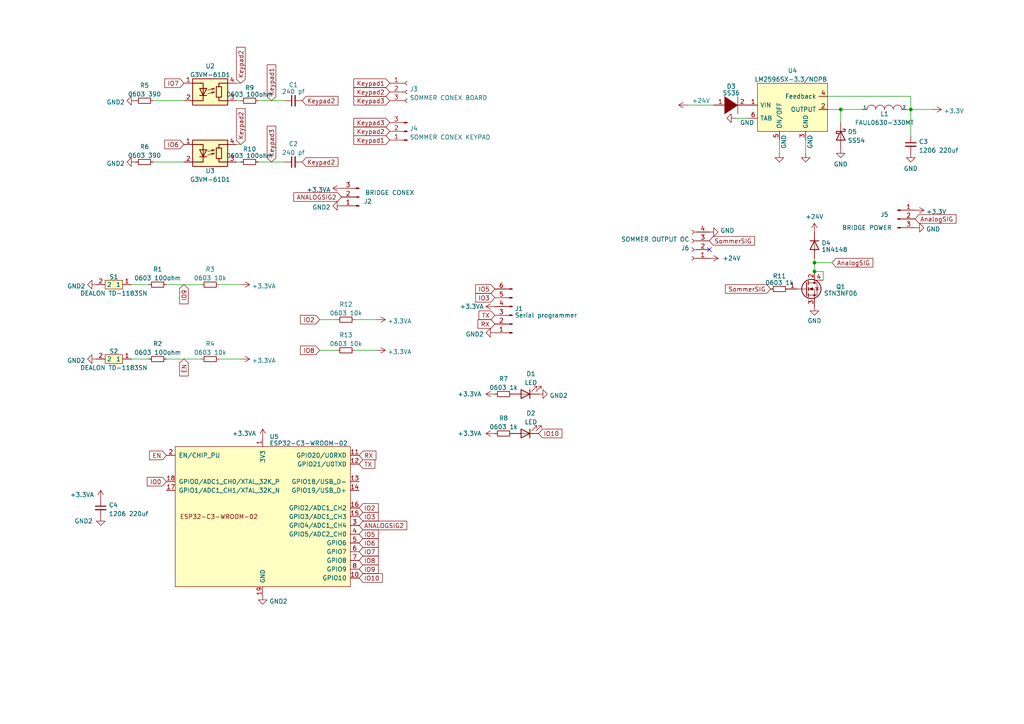
<source format=kicad_sch>
(kicad_sch (version 20230121) (generator eeschema)
  (paper "A4")
  (lib_symbols
    (symbol "Connector:Conn_01x03_Female" (pin_names (offset 1.016) hide)
      (property "Reference" "J" (at 0 5.08 0))
      (property "Value" "Conn_01x03_Female" (at 0 -5.08 0))
      (symbol "Conn_01x03_Female_1_1"
        (arc (start 0 -2.032) (mid -0.5058 -2.54) (end 0 -3.048) (stroke (width 0.1524)))
        (polyline (pts (xy -1.27 -2.54) (xy -0.508 -2.54)) (stroke (width 0.1524)))
        (polyline (pts (xy -1.27 0) (xy -0.508 0)) (stroke (width 0.1524)))
        (polyline (pts (xy -1.27 2.54) (xy -0.508 2.54)) (stroke (width 0.1524)))
        (arc (start 0 0.508) (mid -0.5058 0) (end 0 -0.508) (stroke (width 0.1524)))
        (arc (start 0 3.048) (mid -0.5058 2.54) (end 0 2.032) (stroke (width 0.1524)))
        (pin passive line (at -5.08 2.54 0) (length 3.81) (name "Pin_1") (number "1"))
        (pin passive line (at -5.08 0 0) (length 3.81) (name "Pin_2") (number "2"))
        (pin passive line (at -5.08 -2.54 0) (length 3.81) (name "Pin_3") (number "3"))
      )
    )
    (symbol "Connector:Conn_01x03_Male" (pin_names (offset 1.016) hide)
      (property "Reference" "J" (at 0 5.08 0))
      (property "Value" "Conn_01x03_Male" (at 0 -5.08 0))
      (symbol "Conn_01x03_Male_1_1"
        (polyline (pts (xy 1.27 -2.54) (xy 0.8636 -2.54)) (stroke (width 0.1524)))
        (polyline (pts (xy 1.27 0) (xy 0.8636 0)) (stroke (width 0.1524)))
        (polyline (pts (xy 1.27 2.54) (xy 0.8636 2.54)) (stroke (width 0.1524)))
        (rectangle (start 0.8636 -2.413) (end 0 -2.667) (stroke (width 0.1524)) (fill (type outline)))
        (rectangle (start 0.8636 0.127) (end 0 -0.127) (stroke (width 0.1524)) (fill (type outline)))
        (rectangle (start 0.8636 2.667) (end 0 2.413) (stroke (width 0.1524)) (fill (type outline)))
        (pin passive line (at 5.08 2.54 180) (length 3.81) (name "Pin_1") (number "1"))
        (pin passive line (at 5.08 0 180) (length 3.81) (name "Pin_2") (number "2"))
        (pin passive line (at 5.08 -2.54 180) (length 3.81) (name "Pin_3") (number "3"))
      )
    )
    (symbol "Connector:Conn_01x04_Female" (pin_names (offset 1.016) hide)
      (property "Reference" "J" (at 0 5.08 0))
      (property "Value" "Conn_01x04_Female" (at 0 -7.62 0))
      (symbol "Conn_01x04_Female_1_1"
        (arc (start 0 -4.572) (mid -0.5058 -5.08) (end 0 -5.588) (stroke (width 0.1524)))
        (arc (start 0 -2.032) (mid -0.5058 -2.54) (end 0 -3.048) (stroke (width 0.1524)))
        (polyline (pts (xy -1.27 -5.08) (xy -0.508 -5.08)) (stroke (width 0.1524)))
        (polyline (pts (xy -1.27 -2.54) (xy -0.508 -2.54)) (stroke (width 0.1524)))
        (polyline (pts (xy -1.27 0) (xy -0.508 0)) (stroke (width 0.1524)))
        (polyline (pts (xy -1.27 2.54) (xy -0.508 2.54)) (stroke (width 0.1524)))
        (arc (start 0 0.508) (mid -0.5058 0) (end 0 -0.508) (stroke (width 0.1524)))
        (arc (start 0 3.048) (mid -0.5058 2.54) (end 0 2.032) (stroke (width 0.1524)))
        (pin passive line (at -5.08 2.54 0) (length 3.81) (name "Pin_1") (number "1"))
        (pin passive line (at -5.08 0 0) (length 3.81) (name "Pin_2") (number "2"))
        (pin passive line (at -5.08 -2.54 0) (length 3.81) (name "Pin_3") (number "3"))
        (pin passive line (at -5.08 -5.08 0) (length 3.81) (name "Pin_4") (number "4"))
      )
    )
    (symbol "Connector:Conn_01x06_Pin" (pin_names (offset 1.016) hide)
      (property "Reference" "J" (at 0 7.62 0))
      (property "Value" "Conn_01x06_Pin" (at 0 -10.16 0))
      (symbol "Conn_01x06_Pin_1_1"
        (polyline (pts (xy 1.27 -7.62) (xy 0.8636 -7.62)) (stroke (width 0.1524)))
        (polyline (pts (xy 1.27 -5.08) (xy 0.8636 -5.08)) (stroke (width 0.1524)))
        (polyline (pts (xy 1.27 -2.54) (xy 0.8636 -2.54)) (stroke (width 0.1524)))
        (polyline (pts (xy 1.27 0) (xy 0.8636 0)) (stroke (width 0.1524)))
        (polyline (pts (xy 1.27 2.54) (xy 0.8636 2.54)) (stroke (width 0.1524)))
        (polyline (pts (xy 1.27 5.08) (xy 0.8636 5.08)) (stroke (width 0.1524)))
        (rectangle (start 0.8636 -7.493) (end 0 -7.747) (stroke (width 0.1524)) (fill (type outline)))
        (rectangle (start 0.8636 -4.953) (end 0 -5.207) (stroke (width 0.1524)) (fill (type outline)))
        (rectangle (start 0.8636 -2.413) (end 0 -2.667) (stroke (width 0.1524)) (fill (type outline)))
        (rectangle (start 0.8636 0.127) (end 0 -0.127) (stroke (width 0.1524)) (fill (type outline)))
        (rectangle (start 0.8636 2.667) (end 0 2.413) (stroke (width 0.1524)) (fill (type outline)))
        (rectangle (start 0.8636 5.207) (end 0 4.953) (stroke (width 0.1524)) (fill (type outline)))
        (pin passive line (at 5.08 5.08 180) (length 3.81) (name "Pin_1") (number "1"))
        (pin passive line (at 5.08 2.54 180) (length 3.81) (name "Pin_2") (number "2"))
        (pin passive line (at 5.08 0 180) (length 3.81) (name "Pin_3") (number "3"))
        (pin passive line (at 5.08 -2.54 180) (length 3.81) (name "Pin_4") (number "4"))
        (pin passive line (at 5.08 -5.08 180) (length 3.81) (name "Pin_5") (number "5"))
        (pin passive line (at 5.08 -7.62 180) (length 3.81) (name "Pin_6") (number "6"))
      )
    )
    (symbol "Custom:DEALON_TD-1183SN-1.5H-160"
      (property "Reference" "S" (at 0 2.54 0))
      (symbol "DEALON_TD-1183SN-1.5H-160_1_1"
        (rectangle (start -2.54 1.27) (end 2.54 -1.27) (fill (type background)))
        (pin input line (at 5.08 0 180) (length 2.54) (name "1") (number "1"))
        (pin input line (at -5.08 0 0) (length 2.54) (name "2") (number "2"))
      )
    )
    (symbol "Custom:STN3NF06" (pin_names hide)
      (property "Reference" "Q" (at 5.08 -3.81 0))
      (property "Value" "STN3NF06" (at 5.08 -1.27 0))
      (symbol "STN3NF06_0_1"
        (polyline (pts (xy 0.254 0) (xy -2.54 0)))
        (polyline (pts (xy 0.254 1.905) (xy 0.254 -1.905)) (stroke (width 0.254)))
        (polyline (pts (xy 0.762 -1.27) (xy 0.762 -2.286)) (stroke (width 0.254)))
        (polyline (pts (xy 0.762 0.508) (xy 0.762 -0.508)) (stroke (width 0.254)))
        (polyline (pts (xy 0.762 2.286) (xy 0.762 1.27)) (stroke (width 0.254)))
        (polyline (pts (xy 2.54 2.54) (xy 2.54 1.778)))
        (polyline (pts (xy 2.54 -2.54) (xy 2.54 0) (xy 0.762 0)))
        (polyline (pts (xy 0.762 -1.778) (xy 3.302 -1.778) (xy 3.302 1.778) (xy 0.762 1.778)))
        (polyline (pts (xy 1.016 0) (xy 2.032 0.381) (xy 2.032 -0.381) (xy 1.016 0)) (fill (type outline)))
        (polyline (pts (xy 2.794 0.508) (xy 2.921 0.381) (xy 3.683 0.381) (xy 3.81 0.254)))
        (polyline (pts (xy 3.302 0.381) (xy 2.921 -0.254) (xy 3.683 -0.254) (xy 3.302 0.381)))
        (circle (center 1.651 0) (radius 2.794) (stroke (width 0.254)))
        (circle (center 2.54 -1.778) (radius 0.254) (fill (type outline)))
        (circle (center 2.54 1.778) (radius 0.254) (fill (type outline)))
      )
      (symbol "STN3NF06_1_1"
        (pin input line (at -5.08 0 0) (length 2.54) (name "G") (number "1"))
        (pin passive line (at 2.54 5.08 270) (length 2.54) (name "D") (number "2"))
        (pin passive line (at 2.54 -5.08 90) (length 2.54) (name "S") (number "3"))
        (pin passive line (at 5.08 2.54 180) (length 2.54) (name "D_TAB") (number "4"))
      )
    )
    (symbol "Device:C_Small" (pin_numbers hide) (pin_names (offset 0.254) hide)
      (property "Reference" "C" (at 0.254 1.778 0))
      (property "Value" "C_Small" (at 0.254 -2.032 0))
      (symbol "C_Small_0_1"
        (polyline (pts (xy -1.524 -0.508) (xy 1.524 -0.508)) (stroke (width 0.3302)))
        (polyline (pts (xy -1.524 0.508) (xy 1.524 0.508)) (stroke (width 0.3048)))
      )
      (symbol "C_Small_1_1"
        (pin passive line (at 0 2.54 270) (length 2.032) (name "~") (number "1"))
        (pin passive line (at 0 -2.54 90) (length 2.032) (name "~") (number "2"))
      )
    )
    (symbol "Device:LED" (pin_numbers hide) (pin_names (offset 1.016) hide)
      (property "Reference" "D" (at 0 2.54 0))
      (property "Value" "LED" (at 0 -2.54 0))
      (symbol "LED_0_1"
        (polyline (pts (xy -1.27 -1.27) (xy -1.27 1.27)) (stroke (width 0.254)))
        (polyline (pts (xy -1.27 0) (xy 1.27 0)))
        (polyline (pts (xy 1.27 -1.27) (xy 1.27 1.27) (xy -1.27 0) (xy 1.27 -1.27)) (stroke (width 0.254)))
        (polyline (pts (xy -3.048 -0.762) (xy -4.572 -2.286) (xy -3.81 -2.286) (xy -4.572 -2.286) (xy -4.572 -1.524)))
        (polyline (pts (xy -1.778 -0.762) (xy -3.302 -2.286) (xy -2.54 -2.286) (xy -3.302 -2.286) (xy -3.302 -1.524)))
      )
      (symbol "LED_1_1"
        (pin passive line (at -3.81 0 0) (length 2.54) (name "K") (number "1"))
        (pin passive line (at 3.81 0 180) (length 2.54) (name "A") (number "2"))
      )
    )
    (symbol "Device:R_Small" (pin_numbers hide) (pin_names (offset 0.254) hide)
      (property "Reference" "R" (at 0.762 0.508 0))
      (property "Value" "R_Small" (at 0.762 -1.016 0))
      (symbol "R_Small_0_1"
        (rectangle (start -0.762 1.778) (end 0.762 -1.778) (stroke (width 0.2032)))
      )
      (symbol "R_Small_1_1"
        (pin passive line (at 0 2.54 270) (length 0.762) (name "~") (number "1"))
        (pin passive line (at 0 -2.54 90) (length 0.762) (name "~") (number "2"))
      )
    )
    (symbol "Diode:1N4148" (pin_numbers hide) (pin_names hide)
      (property "Reference" "D" (at 0 2.54 0))
      (property "Value" "1N4148" (at 0 -2.54 0))
      (symbol "1N4148_0_1"
        (polyline (pts (xy -1.27 1.27) (xy -1.27 -1.27)) (stroke (width 0.254)))
        (polyline (pts (xy 1.27 0) (xy -1.27 0)))
        (polyline (pts (xy 1.27 1.27) (xy 1.27 -1.27) (xy -1.27 0) (xy 1.27 1.27)) (stroke (width 0.254)))
      )
      (symbol "1N4148_1_1"
        (pin passive line (at -3.81 0 0) (length 2.54) (name "K") (number "1"))
        (pin passive line (at 3.81 0 180) (length 2.54) (name "A") (number "2"))
      )
    )
    (symbol "Diode:1N5822" (pin_numbers hide) (pin_names (offset 1.016) hide)
      (property "Reference" "D" (at 0 2.54 0))
      (property "Value" "1N5822" (at 0 -2.54 0))
      (symbol "1N5822_0_1"
        (polyline (pts (xy 1.27 0) (xy -1.27 0)))
        (polyline (pts (xy 1.27 1.27) (xy 1.27 -1.27) (xy -1.27 0) (xy 1.27 1.27)) (stroke (width 0.254)))
        (polyline (pts (xy -1.905 0.635) (xy -1.905 1.27) (xy -1.27 1.27) (xy -1.27 -1.27) (xy -0.635 -1.27) (xy -0.635 -0.635)) (stroke (width 0.254)))
      )
      (symbol "1N5822_1_1"
        (pin passive line (at -3.81 0 0) (length 2.54) (name "K") (number "1"))
        (pin passive line (at 3.81 0 180) (length 2.54) (name "A") (number "2"))
      )
    )
    (symbol "Espressif:ESP32-C3-WROOM-02" (pin_names (offset 1.016))
      (property "Reference" "U" (at -25.4 25.4 0))
      (property "Value" "ESP32-C3-WROOM-02" (at -25.4 22.86 0))
      (symbol "ESP32-C3-WROOM-02_0_0"
        (text "ESP32-C3-WROOM-02" (at -12.7 0 0) (effects (font (size 1.27 1.27))))
      )
      (symbol "ESP32-C3-WROOM-02_0_1"
        (rectangle (start 25.4 20.32) (end -25.4 -20.32) (fill (type background)))
      )
      (symbol "ESP32-C3-WROOM-02_1_1"
        (pin power_in line (at 0 22.86 270) (length 2.54) (name "3V3") (number "1"))
        (pin bidirectional line (at 27.94 -17.78 180) (length 2.54) (name "GPIO10") (number "10"))
        (pin bidirectional line (at 27.94 17.78 180) (length 2.54) (name "GPIO20/U0RXD") (number "11"))
        (pin bidirectional line (at 27.94 15.24 180) (length 2.54) (name "GPIO21/U0TXD") (number "12"))
        (pin bidirectional line (at 27.94 10.16 180) (length 2.54) (name "GPIO18/USB_D-") (number "13"))
        (pin bidirectional line (at 27.94 7.62 180) (length 2.54) (name "GPIO19/USB_D+") (number "14"))
        (pin bidirectional line (at 27.94 0 180) (length 2.54) (name "GPIO3/ADC1_CH3") (number "15"))
        (pin bidirectional line (at 27.94 2.54 180) (length 2.54) (name "GPIO2/ADC1_CH2") (number "16"))
        (pin bidirectional line (at -27.94 7.62 0) (length 2.54) (name "GPIO1/ADC1_CH1/XTAL_32K_N") (number "17"))
        (pin bidirectional line (at -27.94 10.16 0) (length 2.54) (name "GPIO0/ADC1_CH0/XTAL_32K_P") (number "18"))
        (pin power_in line (at 0 -22.86 90) (length 2.54) (name "GND") (number "19"))
        (pin input line (at -27.94 17.78 0) (length 2.54) (name "EN/CHIP_PU") (number "2"))
        (pin bidirectional line (at 27.94 -2.54 180) (length 2.54) (name "GPIO4/ADC1_CH4") (number "3"))
        (pin bidirectional line (at 27.94 -5.08 180) (length 2.54) (name "GPIO5/ADC2_CH0") (number "4"))
        (pin bidirectional line (at 27.94 -7.62 180) (length 2.54) (name "GPIO6") (number "5"))
        (pin bidirectional line (at 27.94 -10.16 180) (length 2.54) (name "GPIO7") (number "6"))
        (pin bidirectional line (at 27.94 -12.7 180) (length 2.54) (name "GPIO8") (number "7"))
        (pin bidirectional line (at 27.94 -15.24 180) (length 2.54) (name "GPIO9") (number "8"))
        (pin passive line (at 0 -22.86 90) (length 2.54) hide (name "GND") (number "9"))
      )
    )
    (symbol "Isolator:NSL-32" (pin_names (offset 0.762) hide)
      (property "Reference" "U" (at 0 5.08 0))
      (property "Value" "NSL-32" (at 0 -5.08 0))
      (symbol "NSL-32_0_1"
        (rectangle (start -5.08 3.81) (end 5.08 -3.81) (stroke (width 0.254)) (fill (type background)))
        (polyline (pts (xy -5.08 2.54) (xy -2.54 2.54)) (stroke (width 0.254)))
        (polyline (pts (xy -2.794 -2.54) (xy -5.08 -2.54)) (stroke (width 0.254)))
        (polyline (pts (xy -1.016 -1.016) (xy -3.048 -1.016) (xy -3.048 -1.016)) (stroke (width 0.254)))
        (polyline (pts (xy -0.762 -0.508) (xy 1.27 0) (xy 1.27 0)))
        (polyline (pts (xy -0.762 0.508) (xy 1.27 1.016) (xy 1.27 1.016)))
        (polyline (pts (xy 2.54 -1.524) (xy 2.54 -2.54) (xy 5.08 -2.54)) (stroke (width 0.254)))
        (polyline (pts (xy 2.54 1.524) (xy 2.54 2.54) (xy 5.08 2.54)) (stroke (width 0.254)))
        (polyline (pts (xy -2.794 -2.54) (xy -2.032 -2.54) (xy -2.032 2.54) (xy -2.794 2.54)) (stroke (width 0.254)))
        (polyline (pts (xy 0.254 0) (xy 1.27 0) (xy 0.508 -0.508) (xy 0.508 -0.508)))
        (polyline (pts (xy 0.254 1.016) (xy 1.27 1.016) (xy 0.508 0.508) (xy 0.508 0.508)))
        (polyline (pts (xy -1.016 1.016) (xy -3.048 1.016) (xy -2.032 -1.016) (xy -1.016 1.016) (xy -1.016 1.016) (xy -1.016 1.016)) (stroke (width 0.254)))
        (rectangle (start 1.778 1.524) (end 3.302 -1.524) (stroke (width 0.254)))
      )
      (symbol "NSL-32_1_1"
        (pin passive line (at -7.62 2.54 0) (length 2.54) (name "A") (number "1"))
        (pin passive line (at -7.62 -2.54 0) (length 2.54) (name "K") (number "2"))
        (pin passive line (at 7.62 -2.54 180) (length 2.54) (name "R") (number "3"))
        (pin passive line (at 7.62 2.54 180) (length 2.54) (name "R") (number "4"))
      )
    )
    (symbol "LM2596SX-3.3 NOPB:LM2596SX-3.3{slash}NOPB " (pin_names (offset 0.762))
      (property "Reference" "U" (at 0 10.16 0))
      (property "Value" "LM2596SX-3.3{slash}NOPB " (at 0 7.62 0))
      (symbol "LM2596SX-3.3{slash}NOPB _0_1"
        (rectangle (start -10.16 6.35) (end 10.16 -7.62) (stroke (width 0.1524)) (fill (type background)))
      )
      (symbol "LM2596SX-3.3{slash}NOPB _1_1"
        (pin power_in line (at -12.7 0 0) (length 2.54) (name "VIN") (number "1"))
        (pin input line (at 10.16 -1.27 180) (length 2.54) (name "OUTPUT") (number "2"))
        (pin input line (at 3.81 -10.16 90) (length 2.54) (name "GND") (number "3"))
        (pin power_out line (at 10.16 2.54 180) (length 2.54) (name "Feedback") (number "4"))
        (pin power_in line (at -3.81 -10.16 90) (length 2.54) (name "ON/OFF") (number "5"))
        (pin power_out line (at -12.7 -3.81 0) (length 2.54) (name "TAB") (number "6"))
      )
    )
    (symbol "power:+24V" (power) (pin_names (offset 0))
      (property "Value" "+24V" (at 0 3.556 0))
      (symbol "+24V_0_1"
        (polyline (pts (xy -0.762 1.27) (xy 0 2.54)))
        (polyline (pts (xy 0 0) (xy 0 2.54)))
        (polyline (pts (xy 0 2.54) (xy 0.762 1.27)))
      )
      (symbol "+24V_1_1"
        (pin power_in line (at 0 0 90) (length 0) hide (name "+24V") (number "1"))
      )
    )
    (symbol "power:+3.3V" (power) (pin_names (offset 0))
      (property "Value" "+3.3V" (at 0 3.556 0))
      (symbol "+3.3V_0_1"
        (polyline (pts (xy -0.762 1.27) (xy 0 2.54)))
        (polyline (pts (xy 0 0) (xy 0 2.54)))
        (polyline (pts (xy 0 2.54) (xy 0.762 1.27)))
      )
      (symbol "+3.3V_1_1"
        (pin power_in line (at 0 0 90) (length 0) hide (name "+3.3V") (number "1"))
      )
    )
    (symbol "power:+3.3VA" (power) (pin_names (offset 0))
      (property "Value" "+3.3VA" (at 0 3.556 0))
      (symbol "+3.3VA_0_1"
        (polyline (pts (xy -0.762 1.27) (xy 0 2.54)))
        (polyline (pts (xy 0 0) (xy 0 2.54)))
        (polyline (pts (xy 0 2.54) (xy 0.762 1.27)))
      )
      (symbol "+3.3VA_1_1"
        (pin power_in line (at 0 0 90) (length 0) hide (name "+3.3VA") (number "1"))
      )
    )
    (symbol "power:GND" (power) (pin_names (offset 0))
      (property "Value" "GND" (at 0 -3.81 0))
      (symbol "GND_0_1"
        (polyline (pts (xy 0 0) (xy 0 -1.27) (xy 1.27 -1.27) (xy 0 -2.54) (xy -1.27 -1.27) (xy 0 -1.27)))
      )
      (symbol "GND_1_1"
        (pin power_in line (at 0 0 270) (length 0) hide (name "GND") (number "1"))
      )
    )
    (symbol "power:GND2" (power) (pin_names (offset 0))
      (property "Value" "GND2" (at 0 -3.81 0))
      (symbol "GND2_0_1"
        (polyline (pts (xy 0 0) (xy 0 -1.27) (xy 1.27 -1.27) (xy 0 -2.54) (xy -1.27 -1.27) (xy 0 -1.27)))
      )
      (symbol "GND2_1_1"
        (pin power_in line (at 0 0 270) (length 0) hide (name "GND2") (number "1"))
      )
    )
    (symbol "pspice:DIODE" (pin_names (offset 1.016) hide)
      (property "Reference" "D" (at 0 3.81 0))
      (property "Value" "DIODE" (at 0 -4.445 0))
      (symbol "DIODE_0_1"
        (polyline (pts (xy 1.905 2.54) (xy 1.905 -2.54)))
        (polyline (pts (xy -1.905 2.54) (xy -1.905 -2.54) (xy 1.905 0)) (fill (type outline)))
      )
      (symbol "DIODE_1_1"
        (pin input line (at -5.08 0 0) (length 3.81) (name "K") (number "1"))
        (pin input line (at 5.08 0 180) (length 3.81) (name "A") (number "2"))
      )
    )
    (symbol "pspice:INDUCTOR" (pin_numbers hide) (pin_names (offset 0))
      (property "Reference" "L" (at 0 2.54 0))
      (property "Value" "INDUCTOR" (at 0 -1.27 0))
      (symbol "INDUCTOR_0_1"
        (arc (start -2.54 0) (mid -3.81 1.2645) (end -5.08 0))
        (arc (start 0 0) (mid -1.27 1.2645) (end -2.54 0))
        (arc (start 2.54 0) (mid 1.27 1.2645) (end 0 0))
        (arc (start 5.08 0) (mid 3.81 1.2645) (end 2.54 0))
      )
      (symbol "INDUCTOR_1_1"
        (pin input line (at -6.35 0 0) (length 1.27) (name "1") (number "1"))
        (pin input line (at 6.35 0 180) (length 1.27) (name "2") (number "2"))
      )
    )
  )
  (junction (at 243.84 31.75))
  (junction (at 236.22 76.2))
  (junction (at 236.22 78.74))
  (junction (at 264.16 31.75))
  (no_connect (at 205.74 72.39))
  (wire (pts (xy 241.3 76.2) (xy 236.22 76.2)))
  (wire (pts (xy 44.45 46.99) (xy 53.34 46.99)))
  (wire (pts (xy 238.76 78.74) (xy 238.76 81.28)))
  (wire (pts (xy 92.71 92.71) (xy 97.79 92.71)))
  (wire (pts (xy 38.1 104.14) (xy 43.18 104.14)))
  (wire (pts (xy 240.03 31.75) (xy 243.84 31.75)))
  (wire (pts (xy 226.06 44.45) (xy 226.06 40.64)))
  (wire (pts (xy 74.93 46.99) (xy 82.55 46.99)))
  (wire (pts (xy 243.84 31.75) (xy 243.84 35.56)))
  (wire (pts (xy 63.5 104.14) (xy 69.85 104.14)))
  (wire (pts (xy 262.89 31.75) (xy 264.16 31.75)))
  (wire (pts (xy 92.71 101.6) (xy 97.79 101.6)))
  (wire (pts (xy 102.87 92.71) (xy 109.22 92.71)))
  (wire (pts (xy 264.16 31.75) (xy 264.16 39.37)))
  (wire (pts (xy 48.26 104.14) (xy 58.42 104.14)))
  (wire (pts (xy 74.93 29.21) (xy 82.55 29.21)))
  (wire (pts (xy 48.26 82.55) (xy 58.42 82.55)))
  (wire (pts (xy 63.5 82.55) (xy 69.85 82.55)))
  (wire (pts (xy 38.1 82.55) (xy 43.18 82.55)))
  (wire (pts (xy 69.85 24.13) (xy 68.58 24.13)))
  (wire (pts (xy 68.58 46.99) (xy 69.85 46.99)))
  (wire (pts (xy 44.45 29.21) (xy 53.34 29.21)))
  (wire (pts (xy 233.68 44.45) (xy 233.68 40.64)))
  (wire (pts (xy 236.22 78.74) (xy 236.22 76.2)))
  (wire (pts (xy 264.16 27.94) (xy 264.16 31.75)))
  (wire (pts (xy 199.39 30.48) (xy 207.01 30.48)))
  (wire (pts (xy 68.58 29.21) (xy 69.85 29.21)))
  (wire (pts (xy 236.22 76.2) (xy 236.22 74.93)))
  (wire (pts (xy 240.03 27.94) (xy 264.16 27.94)))
  (wire (pts (xy 69.85 41.91) (xy 68.58 41.91)))
  (wire (pts (xy 236.22 78.74) (xy 238.76 78.74)))
  (wire (pts (xy 102.87 101.6) (xy 109.22 101.6)))
  (wire (pts (xy 264.16 31.75) (xy 270.51 31.75)))
  (wire (pts (xy 243.84 31.75) (xy 250.19 31.75)))
  (wire (pts (xy 213.36 34.29) (xy 217.17 34.29)))
  (global_label "RX" (shape input) (at 104.14 132.08 0) (property "Intersheetrefs" "${INTERSHEET_REFS}" (effects hide)))
  (global_label "IO7" (shape input) (at 53.34 24.13 180) (property "Intersheetrefs" "${INTERSHEET_REFS}" (effects hide)))
  (global_label "ANALOGSIG2" (shape input) (at 104.14 152.4 0) (property "Intersheetrefs" "${INTERSHEET_REFS}" (effects hide)))
  (global_label "TX" (shape input) (at 143.51 91.44 180) (property "Intersheetrefs" "${INTERSHEET_REFS}" (effects hide)))
  (global_label "IO9" (shape input) (at 53.34 82.55 270) (property "Intersheetrefs" "${INTERSHEET_REFS}" (effects hide)))
  (global_label "Keypad2" (shape input) (at 113.03 26.67 180) (property "Intersheetrefs" "${INTERSHEET_REFS}" (effects hide)))
  (global_label "IO0" (shape input) (at 48.26 139.7 180) (property "Intersheetrefs" "${INTERSHEET_REFS}" (effects hide)))
  (global_label "Keypad3" (shape input) (at 78.74 46.99 90) (property "Intersheetrefs" "${INTERSHEET_REFS}" (effects hide)))
  (global_label "IO8" (shape input) (at 92.71 101.6 180) (property "Intersheetrefs" "${INTERSHEET_REFS}" (effects hide)))
  (global_label "ANALOGSIG2" (shape input) (at 99.06 57.15 180) (property "Intersheetrefs" "${INTERSHEET_REFS}" (effects hide)))
  (global_label "IO2" (shape input) (at 92.71 92.71 180) (property "Intersheetrefs" "${INTERSHEET_REFS}" (effects hide)))
  (global_label "AnalogSIG" (shape input) (at 241.3 76.2 0) (property "Intersheetrefs" "${INTERSHEET_REFS}" (effects hide)))
  (global_label "Keypad2" (shape input) (at 69.85 24.13 90) (property "Intersheetrefs" "${INTERSHEET_REFS}" (effects hide)))
  (global_label "Keypad2" (shape input) (at 113.03 38.1 180) (property "Intersheetrefs" "${INTERSHEET_REFS}" (effects hide)))
  (global_label "SommerSIG" (shape input) (at 205.74 69.85 0) (property "Intersheetrefs" "${INTERSHEET_REFS}" (effects hide)))
  (global_label "IO7" (shape input) (at 104.14 160.02 0) (property "Intersheetrefs" "${INTERSHEET_REFS}" (effects hide)))
  (global_label "EN" (shape input) (at 48.26 132.08 180) (property "Intersheetrefs" "${INTERSHEET_REFS}" (effects hide)))
  (global_label "IO3" (shape input) (at 143.51 86.36 180) (property "Intersheetrefs" "${INTERSHEET_REFS}" (effects hide)))
  (global_label "IO6" (shape input) (at 53.34 41.91 180) (property "Intersheetrefs" "${INTERSHEET_REFS}" (effects hide)))
  (global_label "IO9" (shape input) (at 104.14 165.1 0) (property "Intersheetrefs" "${INTERSHEET_REFS}" (effects hide)))
  (global_label "Keypad2" (shape input) (at 87.63 29.21 0) (property "Intersheetrefs" "${INTERSHEET_REFS}" (effects hide)))
  (global_label "IO8" (shape input) (at 104.14 162.56 0) (property "Intersheetrefs" "${INTERSHEET_REFS}" (effects hide)))
  (global_label "EN" (shape input) (at 53.34 104.14 270) (property "Intersheetrefs" "${INTERSHEET_REFS}" (effects hide)))
  (global_label "IO2" (shape input) (at 104.14 147.32 0) (property "Intersheetrefs" "${INTERSHEET_REFS}" (effects hide)))
  (global_label "RX" (shape input) (at 143.51 93.98 180) (property "Intersheetrefs" "${INTERSHEET_REFS}" (effects hide)))
  (global_label "SommerSIG" (shape input) (at 223.52 83.82 180) (property "Intersheetrefs" "${INTERSHEET_REFS}" (effects hide)))
  (global_label "Keypad2" (shape input) (at 87.63 46.99 0) (property "Intersheetrefs" "${INTERSHEET_REFS}" (effects hide)))
  (global_label "Keypad3" (shape input) (at 113.03 29.21 180) (property "Intersheetrefs" "${INTERSHEET_REFS}" (effects hide)))
  (global_label "IO6" (shape input) (at 104.14 157.48 0) (property "Intersheetrefs" "${INTERSHEET_REFS}" (effects hide)))
  (global_label "IO5" (shape input) (at 104.14 154.94 0) (property "Intersheetrefs" "${INTERSHEET_REFS}" (effects hide)))
  (global_label "AnalogSIG" (shape input) (at 265.43 63.5 0) (property "Intersheetrefs" "${INTERSHEET_REFS}" (effects hide)))
  (global_label "Keypad2" (shape input) (at 69.85 41.91 90) (property "Intersheetrefs" "${INTERSHEET_REFS}" (effects hide)))
  (global_label "IO10" (shape input) (at 104.14 167.64 0) (property "Intersheetrefs" "${INTERSHEET_REFS}" (effects hide)))
  (global_label "Keypad1" (shape input) (at 78.74 29.21 90) (property "Intersheetrefs" "${INTERSHEET_REFS}" (effects hide)))
  (global_label "Keypad1" (shape input) (at 113.03 40.64 180) (property "Intersheetrefs" "${INTERSHEET_REFS}" (effects hide)))
  (global_label "IO3" (shape input) (at 104.14 149.86 0) (property "Intersheetrefs" "${INTERSHEET_REFS}" (effects hide)))
  (global_label "IO5" (shape input) (at 143.51 83.82 180) (property "Intersheetrefs" "${INTERSHEET_REFS}" (effects hide)))
  (global_label "IO10" (shape input) (at 156.21 125.73 0) (property "Intersheetrefs" "${INTERSHEET_REFS}" (effects hide)))
  (global_label "Keypad3" (shape input) (at 113.03 35.56 180) (property "Intersheetrefs" "${INTERSHEET_REFS}" (effects hide)))
  (global_label "TX" (shape input) (at 104.14 134.62 0) (property "Intersheetrefs" "${INTERSHEET_REFS}" (effects hide)))
  (global_label "Keypad1" (shape input) (at 113.03 24.13 180) (property "Intersheetrefs" "${INTERSHEET_REFS}" (effects hide)))
  (symbol (lib_id "Device:R_Small") (at 226.06 83.82 90) (unit 1)
    (property "Reference" "R11" (at 226.06 80.0735 90))
    (property "Value" "0603 1k" (at 226.06 81.9945 90))
    (property "Footprint" "Resistor_SMD:R_0603_1608Metric_Pad0.98x0.95mm_HandSolder" (effects hide))
  )
  (symbol (lib_id "power:+24V") (at 236.22 67.31 0) (unit 1)
    (property "Reference" "#PWR014" (effects hide))
    (property "Value" "+24V" (at 236.22 62.8666 0))
  )
  (symbol (lib_id "power:GND2") (at 27.94 82.55 270) (unit 1)
    (property "Reference" "#PWR0121" (effects hide))
    (property "Value" "GND2" (at 24.765 82.9838 90) (effects (justify right)))
  )
  (symbol (lib_id "Device:LED") (at 152.4 125.73 180) (unit 1)
    (property "Reference" "D2" (at 153.9875 119.8712 0))
    (property "Value" "LED" (at 153.9875 122.4081 0))
    (property "Footprint" "LED_SMD:LED_0805_2012Metric_Pad1.15x1.40mm_HandSolder" (effects hide))
  )
  (symbol (lib_id "power:+3.3VA") (at 109.22 92.71 270) (unit 1)
    (property "Reference" "#PWR03" (effects hide))
    (property "Value" "+3.3VA" (at 112.395 93.1438 90) (effects (justify left)))
  )
  (symbol (lib_id "Device:R_Small") (at 100.33 92.71 90) (unit 1)
    (property "Reference" "R12" (at 100.33 88.2736 90))
    (property "Value" "0603 10k" (at 100.33 90.8105 90))
    (property "Footprint" "Resistor_SMD:R_0603_1608Metric_Pad0.98x0.95mm_HandSolder" (effects hide))
  )
  (symbol (lib_id "Device:R_Small") (at 41.91 29.21 90) (unit 1)
    (property "Reference" "R5" (at 41.91 24.7736 90))
    (property "Value" "0603 390" (at 41.91 27.3105 90))
    (property "Footprint" "Resistor_SMD:R_0603_1608Metric_Pad0.98x0.95mm_HandSolder" (effects hide))
  )
  (symbol (lib_id "power:GND2") (at 143.51 96.52 270) (unit 1)
    (property "Reference" "#PWR017" (effects hide))
    (property "Value" "GND2" (at 140.335 96.9538 90) (effects (justify right)))
  )
  (symbol (lib_id "power:+3.3VA") (at 29.21 144.78 0) (unit 1)
    (property "Reference" "#PWR04" (effects hide))
    (property "Value" "+3.3VA" (at 20.32 143.51 0) (effects (justify left)))
  )
  (symbol (lib_id "Connector:Conn_01x03_Female") (at 118.11 26.67 0) (unit 1)
    (property "Reference" "J3" (at 118.8212 25.8353 0) (effects (justify left)))
    (property "Value" "SOMMER CONEX BOARD" (at 118.8212 28.3722 0) (effects (justify left)))
    (property "Footprint" "Connector_PinSocket_2.54mm:PinSocket_1x03_P2.54mm_Vertical" (effects hide))
  )
  (symbol (lib_id "power:+3.3VA") (at 143.51 88.9 90) (unit 1)
    (property "Reference" "#PWR016" (effects hide))
    (property "Value" "+3.3VA" (at 133.35 88.9 90) (effects (justify right)))
  )
  (symbol (lib_id "Device:R_Small") (at 60.96 104.14 90) (unit 1)
    (property "Reference" "R4" (at 60.96 99.7036 90))
    (property "Value" "0603 10k" (at 60.96 102.2405 90))
    (property "Footprint" "Resistor_SMD:R_0603_1608Metric_Pad0.98x0.95mm_HandSolder" (effects hide))
  )
  (symbol (lib_id "Custom:DEALON_TD-1183SN-1.5H-160") (at 33.02 82.55 0) (unit 1)
    (property "Reference" "S1" (at 33.02 80.3181 0))
    (property "Value" "DEALON TD-1183SN" (at 33.02 85.09 0))
    (property "Footprint" "CustomLibrary:DEALON TD-1183SN-1.5H-160" (effects hide))
  )
  (symbol (lib_id "Espressif:ESP32-C3-WROOM-02") (at 76.2 149.86 0) (unit 1)
    (property "Reference" "U5" (at 78.1559 126.6571 0) (effects (justify left)))
    (property "Value" "ESP32-C3-WROOM-02" (at 78.1559 128.5781 0) (effects (justify left)))
    (property "Footprint" "Espressif:ESP32-C3-WROOM-02" (effects hide))
    (property "Datasheet" "https://www.espressif.com/sites/default/files/documentation/esp32-c3-wroom-02_datasheet_en.pdf" (effects hide))
  )
  (symbol (lib_id "power:GND2") (at 39.37 46.99 270) (unit 1)
    (property "Reference" "#PWR0105" (effects hide))
    (property "Value" "GND2" (at 36.195 47.4238 90) (effects (justify right)))
  )
  (symbol (lib_id "power:GND2") (at 39.37 29.21 270) (unit 1)
    (property "Reference" "#PWR0104" (effects hide))
    (property "Value" "GND2" (at 36.195 29.6438 90) (effects (justify right)))
  )
  (symbol (lib_id "Connector:Conn_01x06_Pin") (at 148.59 91.44 180) (unit 1)
    (property "Reference" "J1" (at 149.3012 89.5263 0) (effects (justify right)))
    (property "Value" "Serial programmer" (at 149.3012 91.4473 0) (effects (justify right)))
    (property "Footprint" "Connector_PinHeader_2.54mm:PinHeader_1x06_P2.54mm_Vertical" (effects hide))
  )
  (symbol (lib_id "power:+3.3V") (at 265.43 60.96 270) (unit 1)
    (property "Reference" "#PWR07" (effects hide))
    (property "Value" "+3.3V" (at 268.605 61.3938 90) (effects (justify left)))
  )
  (symbol (lib_id "Device:C_Small") (at 264.16 41.91 0) (unit 1)
    (property "Reference" "C3" (at 266.4841 41.0816 0) (effects (justify left)))
    (property "Value" "1206 220uf" (at 266.4841 43.6185 0) (effects (justify left)))
    (property "Footprint" "Capacitor_SMD:C_1206_3216Metric_Pad1.33x1.80mm_HandSolder" (effects hide))
  )
  (symbol (lib_id "power:+3.3VA") (at 99.06 54.61 90) (unit 1)
    (property "Reference" "#PWR0109" (effects hide))
    (property "Value" "+3.3VA" (at 95.8851 55.0438 90) (effects (justify left)))
  )
  (symbol (lib_id "power:GND2") (at 76.2 172.72 0) (unit 1)
    (property "Reference" "#PWR02" (effects hide))
    (property "Value" "GND2" (at 78.105 174.4238 0) (effects (justify left)))
  )
  (symbol (lib_id "power:GND") (at 243.84 43.18 0) (unit 1)
    (property "Reference" "#PWR0128" (effects hide))
    (property "Value" "GND" (at 243.84 47.6234 0))
  )
  (symbol (lib_id "Device:R_Small") (at 45.72 82.55 90) (unit 1)
    (property "Reference" "R1" (at 45.72 78.1136 90))
    (property "Value" "0603 100ohm" (at 45.72 80.6505 90))
    (property "Footprint" "Resistor_SMD:R_0603_1608Metric_Pad0.98x0.95mm_HandSolder" (effects hide))
  )
  (symbol (lib_id "pspice:DIODE") (at 212.09 30.48 0) (unit 1)
    (property "Reference" "D3" (at 212.09 25.0571 0))
    (property "Value" "SS36" (at 212.09 26.9781 0))
    (property "Footprint" "CustomLibrary:SS32C" (effects hide))
  )
  (symbol (lib_id "Connector:Conn_01x03_Male") (at 104.14 57.15 180) (unit 1)
    (property "Reference" "J2" (at 106.68 58.42 0))
    (property "Value" "BRIDGE CONEX" (at 113.03 55.88 0))
    (property "Footprint" "Connector_JST:JST_XH_B3B-XH-A_1x03_P2.50mm_Vertical" (effects hide))
  )
  (symbol (lib_id "Connector:Conn_01x04_Female") (at 200.66 72.39 180) (unit 1)
    (property "Reference" "J6" (at 199.9488 71.9547 0) (effects (justify left)))
    (property "Value" "SOMMER OUTPUT OC" (at 199.9488 69.4178 0) (effects (justify left)))
    (property "Footprint" "Connector_PinSocket_2.54mm:PinSocket_1x04_P2.54mm_Vertical" (effects hide))
  )
  (symbol (lib_id "Device:R_Small") (at 146.05 114.3 90) (unit 1)
    (property "Reference" "R7" (at 146.05 109.8636 90))
    (property "Value" "0603 1k" (at 146.05 112.4005 90))
    (property "Footprint" "Resistor_SMD:R_0603_1608Metric_Pad0.98x0.95mm_HandSolder" (effects hide))
  )
  (symbol (lib_id "Diode:1N4148") (at 236.22 71.12 270) (unit 1)
    (property "Reference" "D4" (at 238.252 70.4763 90) (effects (justify left)))
    (property "Value" "1N4148" (at 238.252 72.3973 90) (effects (justify left)))
    (property "Footprint" "Diode_THT:D_DO-35_SOD27_P7.62mm_Horizontal" (effects hide))
    (property "Datasheet" "https://assets.nexperia.com/documents/data-sheet/1N4148_1N4448.pdf" (effects hide))
    (property "Sim.Device" "D" (effects hide))
    (property "Sim.Pins" "1=K 2=A" (effects hide))
  )
  (symbol (lib_id "Connector:Conn_01x03_Male") (at 118.11 38.1 180) (unit 1)
    (property "Reference" "J4" (at 118.8212 37.2653 0) (effects (justify right)))
    (property "Value" "SOMMER CONEX KEYPAD" (at 118.8212 39.8022 0) (effects (justify right)))
    (property "Footprint" "Connector_PinHeader_2.54mm:PinHeader_1x03_P2.54mm_Vertical" (effects hide))
  )
  (symbol (lib_id "Device:R_Small") (at 41.91 46.99 90) (unit 1)
    (property "Reference" "R6" (at 41.91 42.5536 90))
    (property "Value" "0603 390" (at 41.91 45.0905 90))
    (property "Footprint" "Resistor_SMD:R_0603_1608Metric_Pad0.98x0.95mm_HandSolder" (effects hide))
  )
  (symbol (lib_id "power:+3.3VA") (at 76.2 127 0) (unit 1)
    (property "Reference" "#PWR01" (effects hide))
    (property "Value" "+3.3VA" (at 67.31 125.73 0) (effects (justify left)))
  )
  (symbol (lib_id "Isolator:NSL-32") (at 60.96 26.67 0) (unit 1)
    (property "Reference" "U2" (at 60.96 19.1602 0))
    (property "Value" "G3VM-61D1" (at 60.96 21.6971 0))
    (property "Footprint" "CustomLibrary:G3VM-61D1" (effects hide))
    (property "Datasheet" "http://lunainc.com/wp-content/uploads/2016/06/NSL-32.pdf" (effects hide))
  )
  (symbol (lib_id "power:+24V") (at 205.74 74.93 270) (unit 1)
    (property "Reference" "#PWR0124" (effects hide))
    (property "Value" "+24V" (at 209.55 74.93 90) (effects (justify left)))
  )
  (symbol (lib_id "Device:R_Small") (at 60.96 82.55 90) (unit 1)
    (property "Reference" "R3" (at 60.96 78.1136 90))
    (property "Value" "0603 10k" (at 60.96 80.6505 90))
    (property "Footprint" "Resistor_SMD:R_0603_1608Metric_Pad0.98x0.95mm_HandSolder" (effects hide))
  )
  (symbol (lib_id "Device:C_Small") (at 29.21 147.32 0) (unit 1)
    (property "Reference" "C4" (at 31.5341 146.4916 0) (effects (justify left)))
    (property "Value" "1206 220uf" (at 31.5341 149.0285 0) (effects (justify left)))
    (property "Footprint" "Capacitor_SMD:C_1206_3216Metric_Pad1.33x1.80mm_HandSolder" (effects hide))
  )
  (symbol (lib_id "power:GND2") (at 156.21 114.3 90) (unit 1)
    (property "Reference" "#PWR0103" (effects hide))
    (property "Value" "GND2" (at 159.385 114.7338 90) (effects (justify right)))
  )
  (symbol (lib_id "power:GND") (at 205.74 67.31 90) (unit 1)
    (property "Reference" "#PWR0125" (effects hide))
    (property "Value" "GND" (at 208.9149 66.8762 90) (effects (justify right)))
  )
  (symbol (lib_id "power:+3.3VA") (at 69.85 82.55 270) (unit 1)
    (property "Reference" "#PWR0118" (effects hide))
    (property "Value" "+3.3VA" (at 73.025 82.9838 90) (effects (justify left)))
  )
  (symbol (lib_id "Device:LED") (at 152.4 114.3 180) (unit 1)
    (property "Reference" "D1" (at 153.9875 108.4412 0))
    (property "Value" "LED" (at 153.9875 110.9781 0))
    (property "Footprint" "LED_SMD:LED_0805_2012Metric_Pad1.15x1.40mm_HandSolder" (effects hide))
  )
  (symbol (lib_id "Connector:Conn_01x03_Male") (at 260.35 63.5 0) (unit 1)
    (property "Reference" "J5" (at 256.54 62.23 0))
    (property "Value" "BRIDGE POWER" (at 251.46 66.04 0))
    (property "Footprint" "Connector_JST:JST_XH_B3B-XH-A_1x03_P2.50mm_Vertical" (effects hide))
  )
  (symbol (lib_id "power:+3.3VA") (at 143.51 114.3 90) (unit 1)
    (property "Reference" "#PWR0102" (effects hide))
    (property "Value" "+3.3VA" (at 139.7 114.3 90) (effects (justify left)))
  )
  (symbol (lib_id "Device:R_Small") (at 72.39 29.21 90) (unit 1)
    (property "Reference" "R9" (at 72.39 25.4635 90))
    (property "Value" "0603 100ohm" (at 72.39 27.3845 90))
    (property "Footprint" "Resistor_SMD:R_0603_1608Metric_Pad0.98x0.95mm_HandSolder" (effects hide))
  )
  (symbol (lib_id "power:GND") (at 213.36 34.29 270) (unit 1)
    (property "Reference" "#PWR0113" (effects hide))
    (property "Value" "GND" (at 214.63 35.56 90) (effects (justify left)))
  )
  (symbol (lib_id "power:+24V") (at 199.39 30.48 90) (unit 1)
    (property "Reference" "#PWR0112" (effects hide))
    (property "Value" "+24V" (at 200.66 29.21 90) (effects (justify right)))
  )
  (symbol (lib_id "power:GND2") (at 27.94 104.14 270) (unit 1)
    (property "Reference" "#PWR0120" (effects hide))
    (property "Value" "GND2" (at 24.765 104.5738 90) (effects (justify right)))
  )
  (symbol (lib_id "pspice:INDUCTOR") (at 256.54 31.75 0) (unit 1)
    (property "Reference" "L1" (at 256.54 33.0231 0))
    (property "Value" "FAUL0630-330MT" (at 256.54 35.56 0))
    (property "Footprint" "Inductor_SMD:L_Abracon_ASPI-0630LR" (effects hide))
  )
  (symbol (lib_id "power:+3.3V") (at 270.51 31.75 270) (unit 1)
    (property "Reference" "#PWR0126" (effects hide))
    (property "Value" "+3.3V" (at 273.685 32.1838 90) (effects (justify left)))
  )
  (symbol (lib_id "power:+3.3VA") (at 109.22 101.6 270) (unit 1)
    (property "Reference" "#PWR08" (effects hide))
    (property "Value" "+3.3VA" (at 112.395 102.0338 90) (effects (justify left)))
  )
  (symbol (lib_id "power:GND") (at 264.16 44.45 0) (unit 1)
    (property "Reference" "#PWR0127" (effects hide))
    (property "Value" "GND" (at 264.16 48.8934 0))
  )
  (symbol (lib_id "Device:C_Small") (at 85.09 29.21 90) (unit 1)
    (property "Reference" "C1" (at 85.0963 24.638 90))
    (property "Value" "240 pf" (at 85.0963 26.559 90))
    (property "Footprint" "Capacitor_SMD:C_0805_2012Metric_Pad1.18x1.45mm_HandSolder" (effects hide))
  )
  (symbol (lib_id "power:GND") (at 226.06 44.45 0) (unit 1)
    (property "Reference" "#PWR0111" (effects hide))
    (property "Value" "GND" (at 227.33 43.18 90) (effects (justify left)))
  )
  (symbol (lib_id "power:GND") (at 265.43 66.04 90) (unit 1)
    (property "Reference" "#PWR06" (effects hide))
    (property "Value" "GND" (at 268.605 66.4738 90) (effects (justify right)))
  )
  (symbol (lib_id "power:+3.3VA") (at 69.85 104.14 270) (unit 1)
    (property "Reference" "#PWR0119" (effects hide))
    (property "Value" "+3.3VA" (at 73.025 104.5738 90) (effects (justify left)))
  )
  (symbol (lib_id "Device:R_Small") (at 146.05 125.73 90) (unit 1)
    (property "Reference" "R8" (at 146.05 121.2936 90))
    (property "Value" "0603 1k" (at 146.05 123.8305 90))
    (property "Footprint" "Resistor_SMD:R_0603_1608Metric_Pad0.98x0.95mm_HandSolder" (effects hide))
  )
  (symbol (lib_id "Custom:DEALON_TD-1183SN-1.5H-160") (at 33.02 104.14 0) (unit 1)
    (property "Reference" "S2" (at 33.02 101.9081 0))
    (property "Value" "DEALON TD-1183SN" (at 33.02 106.68 0))
    (property "Footprint" "CustomLibrary:DEALON TD-1183SN-1.5H-160" (effects hide))
  )
  (symbol (lib_id "Diode:1N5822") (at 243.84 39.37 270) (unit 1)
    (property "Reference" "D5" (at 245.872 38.2178 90) (effects (justify left)))
    (property "Value" "SS54" (at 245.872 40.7547 90) (effects (justify left)))
    (property "Footprint" "Diode_SMD:D_SMA" (effects hide))
    (property "Datasheet" "http://www.vishay.com/docs/88526/1n5820.pdf" (effects hide))
  )
  (symbol (lib_id "Custom:STN3NF06") (at 233.68 83.82 0) (unit 1)
    (property "Reference" "Q1" (at 243.84 83.169 0))
    (property "Value" "STN3NF06" (at 243.84 85.09 0))
    (property "Footprint" "CustomLibrary:STN3NF06L" (effects hide))
    (property "Datasheet" "https://www.vishay.com/docs/70226/70226.pdf" (effects hide))
  )
  (symbol (lib_id "Device:R_Small") (at 100.33 101.6 90) (unit 1)
    (property "Reference" "R13" (at 100.33 97.1636 90))
    (property "Value" "0603 10k" (at 100.33 99.7005 90))
    (property "Footprint" "Resistor_SMD:R_0603_1608Metric_Pad0.98x0.95mm_HandSolder" (effects hide))
  )
  (symbol (lib_id "power:GND2") (at 29.21 149.86 0) (unit 1)
    (property "Reference" "#PWR05" (effects hide))
    (property "Value" "GND2" (at 21.59 151.13 0) (effects (justify left)))
  )
  (symbol (lib_id "power:GND2") (at 99.06 59.69 270) (unit 1)
    (property "Reference" "#PWR0108" (effects hide))
    (property "Value" "GND2" (at 95.885 60.1238 90) (effects (justify right)))
  )
  (symbol (lib_id "Device:R_Small") (at 72.39 46.99 90) (unit 1)
    (property "Reference" "R10" (at 72.39 43.2435 90))
    (property "Value" "0603 100ohm" (at 72.39 45.1645 90))
    (property "Footprint" "Resistor_SMD:R_0603_1608Metric_Pad0.98x0.95mm_HandSolder" (effects hide))
  )
  (symbol (lib_id "power:GND") (at 236.22 88.9 0) (unit 1)
    (property "Reference" "#PWR015" (effects hide))
    (property "Value" "GND" (at 236.22 93.0355 0))
  )
  (symbol (lib_id "Device:R_Small") (at 45.72 104.14 90) (unit 1)
    (property "Reference" "R2" (at 45.72 99.7036 90))
    (property "Value" "0603 100ohm" (at 45.72 102.2405 90))
    (property "Footprint" "Resistor_SMD:R_0603_1608Metric_Pad0.98x0.95mm_HandSolder" (effects hide))
  )
  (symbol (lib_id "power:+3.3VA") (at 143.51 125.73 90) (unit 1)
    (property "Reference" "#PWR0101" (effects hide))
    (property "Value" "+3.3VA" (at 139.7 125.73 90) (effects (justify left)))
  )
  (symbol (lib_id "power:GND") (at 233.68 44.45 0) (unit 1)
    (property "Reference" "#PWR0110" (effects hide))
    (property "Value" "GND" (at 234.95 43.18 90) (effects (justify left)))
  )
  (symbol (lib_id "Isolator:NSL-32") (at 60.96 44.45 0) (unit 1)
    (property "Reference" "U3" (at 60.96 49.53 0))
    (property "Value" "G3VM-61D1" (at 60.96 52.0669 0))
    (property "Footprint" "CustomLibrary:G3VM-61D1" (effects hide))
    (property "Datasheet" "http://lunainc.com/wp-content/uploads/2016/06/NSL-32.pdf" (effects hide))
  )
  (symbol (lib_id "Device:C_Small") (at 85.09 46.99 90) (unit 1)
    (property "Reference" "C2" (at 85.0963 41.7281 90))
    (property "Value" "240 pf" (at 85.0963 44.265 90))
    (property "Footprint" "Capacitor_SMD:C_0805_2012Metric_Pad1.18x1.45mm_HandSolder" (effects hide))
  )
  (symbol (lib_id "LM2596SX-3.3 NOPB:LM2596SX-3.3{slash}NOPB ") (at 229.87 30.48 0) (unit 1)
    (property "Reference" "U4" (at 229.87 20.481 0))
    (property "Value" "LM2596SX-3.3/NOPB " (at 229.87 23.0179 0))
    (property "Footprint" "Package_TO_SOT_SMD:TO-263-5_TabPin3" (effects hide))
    (property "Datasheet" "https://www.infineon.com/dgdl/Infineon-IFX25401-DS-v01_02-en.pdf?fileId=db3a304320d39d590120f62a690569f7" (effects hide))
  )
)
</source>
